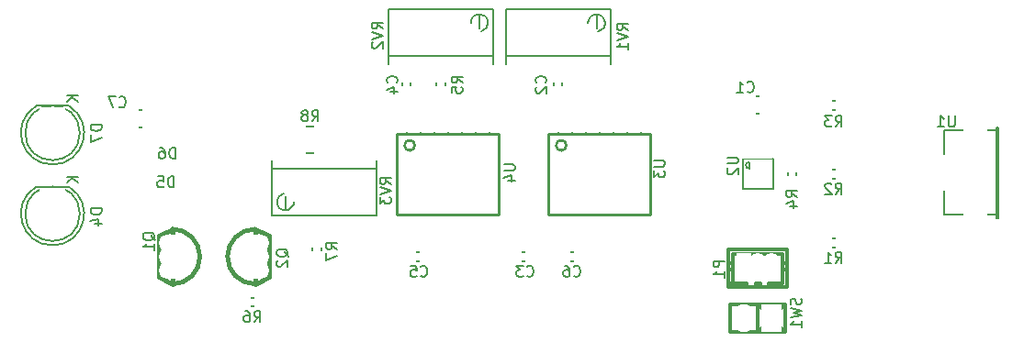
<source format=gbr>
%TF.GenerationSoftware,KiCad,Pcbnew,0.201511041201+6297~30~ubuntu15.04.1-product*%
%TF.CreationDate,2015-11-12T00:10:28+01:00*%
%TF.ProjectId,transmitter,7472616E736D69747465722E6B696361,rev?*%
%TF.FileFunction,Legend,Bot*%
%FSLAX46Y46*%
G04 Gerber Fmt 4.6, Leading zero omitted, Abs format (unit mm)*
G04 Created by KiCad (PCBNEW 0.201511041201+6297~30~ubuntu15.04.1-product) date czw, 12 lis 2015, 00:10:28*
%MOMM*%
G01*
G04 APERTURE LIST*
%ADD10C,0.100000*%
%ADD11C,0.200660*%
%ADD12C,0.127000*%
%ADD13C,0.150000*%
%ADD14C,0.304800*%
%ADD15C,0.381000*%
%ADD16C,0.203200*%
%ADD17C,0.254000*%
%ADD18R,2.297380X2.297380*%
%ADD19R,1.748740X0.798780*%
%ADD20R,1.746200X0.798780*%
%ADD21C,1.197560*%
%ADD22R,2.350720X1.901140*%
%ADD23R,1.400760X1.299160*%
%ADD24R,1.299160X1.400760*%
%ADD25C,2.398980*%
%ADD26R,2.400000X2.300000*%
%ADD27C,2.300000*%
%ADD28R,1.800000X2.200000*%
%ADD29R,1.349960X1.898600*%
%ADD30O,1.349960X1.898600*%
%ADD31O,2.600000X1.500000*%
%ADD32R,2.000200X3.092400*%
%ADD33C,1.924000*%
%ADD34R,0.650000X1.400000*%
%ADD35R,0.951180X1.830020*%
%ADD36R,1.924000X2.599640*%
%ADD37O,1.924000X2.599640*%
G04 APERTURE END LIST*
D10*
D11*
X142714980Y-98541840D02*
X142714980Y-106944160D01*
X142816580Y-98541840D02*
X142816580Y-106944160D01*
X142816580Y-106944160D02*
X142615920Y-106944160D01*
X142615920Y-106944160D02*
X142615920Y-98541840D01*
X142615920Y-98541840D02*
X142816580Y-98541840D01*
X142816580Y-98844100D02*
X137815320Y-98844100D01*
X137815320Y-98844100D02*
X137815320Y-106641900D01*
X137815320Y-106641900D02*
X142816580Y-106641900D01*
D12*
X121793000Y-95707200D02*
X121793000Y-97332800D01*
X119049800Y-97332800D02*
X119049800Y-95707200D01*
X119049800Y-95707200D02*
X122250200Y-95707200D01*
X122250200Y-95707200D02*
X122250200Y-97332800D01*
X122250200Y-97332800D02*
X119049800Y-97332800D01*
X102641400Y-95173800D02*
X101828600Y-95173800D01*
X101854000Y-94056200D02*
X102641400Y-94056200D01*
X101828600Y-93802200D02*
X101828600Y-95427800D01*
X101828600Y-95427800D02*
X102641400Y-95427800D01*
X102641400Y-95427800D02*
X102641400Y-93802200D01*
X102641400Y-93802200D02*
X101828600Y-93802200D01*
X98501200Y-110896400D02*
X98501200Y-110083600D01*
X99618800Y-110109000D02*
X99618800Y-110896400D01*
X99872800Y-110083600D02*
X98247200Y-110083600D01*
X98247200Y-110083600D02*
X98247200Y-110896400D01*
X98247200Y-110896400D02*
X99872800Y-110896400D01*
X99872800Y-110896400D02*
X99872800Y-110083600D01*
X88671400Y-95173800D02*
X87858600Y-95173800D01*
X87884000Y-94056200D02*
X88671400Y-94056200D01*
X87858600Y-93802200D02*
X87858600Y-95427800D01*
X87858600Y-95427800D02*
X88671400Y-95427800D01*
X88671400Y-95427800D02*
X88671400Y-93802200D01*
X88671400Y-93802200D02*
X87858600Y-93802200D01*
D13*
X57150904Y-104053112D02*
G75*
G02X54126000Y-104038000I-1524904J-2484888D01*
G01*
X57126000Y-104038000D02*
X54126000Y-104038000D01*
X58143936Y-106538000D02*
G75*
G03X58143936Y-106538000I-2517936J0D01*
G01*
D14*
X119550180Y-111025940D02*
X119349520Y-111025940D01*
X119349520Y-111025940D02*
X119349520Y-111224060D01*
X119349520Y-111224060D02*
X119550180Y-111224060D01*
X119550180Y-111224060D02*
X119550180Y-111025940D01*
X121950480Y-111025940D02*
X121749820Y-111025940D01*
X121749820Y-111025940D02*
X121749820Y-111224060D01*
X121749820Y-111224060D02*
X121950480Y-111224060D01*
X121950480Y-111224060D02*
X121950480Y-111025940D01*
X120749060Y-111025940D02*
X120550940Y-111025940D01*
X120550940Y-111025940D02*
X120550940Y-111224060D01*
X120550940Y-111224060D02*
X120749060Y-111224060D01*
X120749060Y-111224060D02*
X120749060Y-111025940D01*
X123350020Y-109824520D02*
X117949980Y-109824520D01*
X118348760Y-110225840D02*
X122951240Y-110225840D01*
X117949980Y-113324640D02*
X123350020Y-113324640D01*
X120449340Y-113324640D02*
X120449340Y-112925860D01*
X120850660Y-112925860D02*
X120449340Y-112925860D01*
X120850660Y-113324640D02*
X120850660Y-112925860D01*
X118351300Y-110225840D02*
X118351300Y-113324640D01*
X121650760Y-112925860D02*
X122951240Y-112925860D01*
X117949980Y-112925860D02*
X119651780Y-112925860D01*
X119651780Y-112925860D02*
X119651780Y-113324640D01*
X121650760Y-112925860D02*
X121650760Y-113324640D01*
X117949980Y-109824520D02*
X117949980Y-113324640D01*
X117949980Y-111724440D02*
X118351300Y-111724440D01*
X118351300Y-111125000D02*
X117949980Y-111125000D01*
X122948700Y-111125000D02*
X123350020Y-111125000D01*
X122948700Y-111724440D02*
X123350020Y-111724440D01*
X122552460Y-112925860D02*
X122552460Y-113324640D01*
X118750080Y-112925860D02*
X118750080Y-113324640D01*
X122951240Y-110225840D02*
X122951240Y-112925860D01*
X123350020Y-113324640D02*
X123350020Y-109824520D01*
D15*
X66675000Y-107950000D02*
X66675000Y-113030000D01*
X66675000Y-107950000D02*
X65405000Y-108585000D01*
X65405000Y-108585000D02*
X65405000Y-112395000D01*
X65405000Y-112395000D02*
X66675000Y-113030000D01*
X66675000Y-107950000D02*
G75*
G02X69215000Y-110490000I0J-2540000D01*
G01*
X69215000Y-110490000D02*
G75*
G02X66675000Y-113030000I-2540000J0D01*
G01*
X74295000Y-113030000D02*
X74295000Y-107950000D01*
X74295000Y-113030000D02*
X75565000Y-112395000D01*
X75565000Y-112395000D02*
X75565000Y-108585000D01*
X75565000Y-108585000D02*
X74295000Y-107950000D01*
X74295000Y-113030000D02*
G75*
G02X71755000Y-110490000I0J2540000D01*
G01*
X71755000Y-110490000D02*
G75*
G02X74295000Y-107950000I2540000J0D01*
G01*
D12*
X128193800Y-108813600D02*
X128193800Y-109626400D01*
X127076200Y-109601000D02*
X127076200Y-108813600D01*
X126822200Y-109626400D02*
X128447800Y-109626400D01*
X128447800Y-109626400D02*
X128447800Y-108813600D01*
X128447800Y-108813600D02*
X126822200Y-108813600D01*
X126822200Y-108813600D02*
X126822200Y-109626400D01*
X128193800Y-102463600D02*
X128193800Y-103276400D01*
X127076200Y-103251000D02*
X127076200Y-102463600D01*
X126822200Y-103276400D02*
X128447800Y-103276400D01*
X128447800Y-103276400D02*
X128447800Y-102463600D01*
X128447800Y-102463600D02*
X126822200Y-102463600D01*
X126822200Y-102463600D02*
X126822200Y-103276400D01*
X128193800Y-96113600D02*
X128193800Y-96926400D01*
X127076200Y-96901000D02*
X127076200Y-96113600D01*
X126822200Y-96926400D02*
X128447800Y-96926400D01*
X128447800Y-96926400D02*
X128447800Y-96113600D01*
X128447800Y-96113600D02*
X126822200Y-96113600D01*
X126822200Y-96113600D02*
X126822200Y-96926400D01*
X124231400Y-103428800D02*
X123418600Y-103428800D01*
X123444000Y-102311200D02*
X124231400Y-102311200D01*
X123418600Y-102057200D02*
X123418600Y-103682800D01*
X123418600Y-103682800D02*
X124231400Y-103682800D01*
X124231400Y-103682800D02*
X124231400Y-102057200D01*
X124231400Y-102057200D02*
X123418600Y-102057200D01*
X91033600Y-94056200D02*
X91846400Y-94056200D01*
X91821000Y-95173800D02*
X91033600Y-95173800D01*
X91846400Y-95427800D02*
X91846400Y-93802200D01*
X91846400Y-93802200D02*
X91033600Y-93802200D01*
X91033600Y-93802200D02*
X91033600Y-95427800D01*
X91033600Y-95427800D02*
X91846400Y-95427800D01*
X73482200Y-115087400D02*
X73482200Y-114274600D01*
X74599800Y-114300000D02*
X74599800Y-115087400D01*
X74853800Y-114274600D02*
X73228200Y-114274600D01*
X73228200Y-114274600D02*
X73228200Y-115087400D01*
X73228200Y-115087400D02*
X74853800Y-115087400D01*
X74853800Y-115087400D02*
X74853800Y-114274600D01*
X79603600Y-109296200D02*
X80416400Y-109296200D01*
X80391000Y-110413800D02*
X79603600Y-110413800D01*
X80416400Y-110667800D02*
X80416400Y-109042200D01*
X80416400Y-109042200D02*
X79603600Y-109042200D01*
X79603600Y-109042200D02*
X79603600Y-110667800D01*
X79603600Y-110667800D02*
X80416400Y-110667800D01*
X77774800Y-100939600D02*
X77774800Y-98450400D01*
X80975200Y-98450400D02*
X80975200Y-100939600D01*
X80518000Y-100939600D02*
X80518000Y-98450400D01*
X78232000Y-98450400D02*
X78232000Y-100939600D01*
X77774800Y-98450400D02*
X80975200Y-98450400D01*
X80975200Y-100939600D02*
X77774800Y-100939600D01*
D13*
X105791000Y-88138000D02*
X105791000Y-89408000D01*
X105003600Y-88887300D02*
X105041700Y-88633300D01*
X105041700Y-88633300D02*
X105219500Y-88353900D01*
X105219500Y-88353900D02*
X105537000Y-88138000D01*
X105537000Y-88138000D02*
X105981500Y-88125300D01*
X105981500Y-88125300D02*
X106337100Y-88328500D01*
X106337100Y-88328500D02*
X106514900Y-88620600D01*
X106514900Y-88620600D02*
X106565700Y-88938100D01*
X106565700Y-88938100D02*
X106464100Y-89344500D01*
X106464100Y-89344500D02*
X106121200Y-89598500D01*
X106121200Y-89598500D02*
X105943400Y-89687400D01*
X97409000Y-91948000D02*
X107061000Y-91948000D01*
X107061000Y-88900000D02*
X107061000Y-87630000D01*
X107061000Y-87630000D02*
X97409000Y-87630000D01*
X97409000Y-87630000D02*
X97409000Y-92710000D01*
X107061000Y-92710000D02*
X107061000Y-90170000D01*
X107061000Y-90170000D02*
X107061000Y-88900000D01*
X94996000Y-88138000D02*
X94996000Y-89408000D01*
X94208600Y-88887300D02*
X94246700Y-88633300D01*
X94246700Y-88633300D02*
X94424500Y-88353900D01*
X94424500Y-88353900D02*
X94742000Y-88138000D01*
X94742000Y-88138000D02*
X95186500Y-88125300D01*
X95186500Y-88125300D02*
X95542100Y-88328500D01*
X95542100Y-88328500D02*
X95719900Y-88620600D01*
X95719900Y-88620600D02*
X95770700Y-88938100D01*
X95770700Y-88938100D02*
X95669100Y-89344500D01*
X95669100Y-89344500D02*
X95326200Y-89598500D01*
X95326200Y-89598500D02*
X95148400Y-89687400D01*
X86614000Y-91948000D02*
X96266000Y-91948000D01*
X96266000Y-88900000D02*
X96266000Y-87630000D01*
X96266000Y-87630000D02*
X86614000Y-87630000D01*
X86614000Y-87630000D02*
X86614000Y-92710000D01*
X96266000Y-92710000D02*
X96266000Y-90170000D01*
X96266000Y-90170000D02*
X96266000Y-88900000D01*
X77089000Y-106172000D02*
X77089000Y-104902000D01*
X77876400Y-105422700D02*
X77838300Y-105676700D01*
X77838300Y-105676700D02*
X77660500Y-105956100D01*
X77660500Y-105956100D02*
X77343000Y-106172000D01*
X77343000Y-106172000D02*
X76898500Y-106184700D01*
X76898500Y-106184700D02*
X76542900Y-105981500D01*
X76542900Y-105981500D02*
X76365100Y-105689400D01*
X76365100Y-105689400D02*
X76314300Y-105371900D01*
X76314300Y-105371900D02*
X76415900Y-104965500D01*
X76415900Y-104965500D02*
X76758800Y-104711500D01*
X76758800Y-104711500D02*
X76936600Y-104622600D01*
X85471000Y-102362000D02*
X75819000Y-102362000D01*
X75819000Y-105410000D02*
X75819000Y-106680000D01*
X75819000Y-106680000D02*
X85471000Y-106680000D01*
X85471000Y-106680000D02*
X85471000Y-101600000D01*
X75819000Y-101600000D02*
X75819000Y-104140000D01*
X75819000Y-104140000D02*
X75819000Y-105410000D01*
D16*
X119250000Y-104270000D02*
X122050000Y-104270000D01*
X122050000Y-104270000D02*
X122050000Y-101470000D01*
X122050000Y-101470000D02*
X119250000Y-101470000D01*
X119250000Y-101470000D02*
X119250000Y-104270000D01*
X119850000Y-102370000D02*
G75*
G02X119850000Y-101770000I0J300000D01*
G01*
X119850000Y-102370000D02*
X119850000Y-101770000D01*
D17*
X110744000Y-99120960D02*
X101346000Y-99120960D01*
X101346000Y-106619040D02*
X110744000Y-106619040D01*
D12*
X109855000Y-106629200D02*
X109855000Y-107721400D01*
X108585000Y-106629200D02*
X108585000Y-107721400D01*
D17*
X110744000Y-99120960D02*
X110744000Y-106619040D01*
X101346000Y-106619040D02*
X101346000Y-99120960D01*
D12*
X102235000Y-106629200D02*
X102235000Y-107721400D01*
X103505000Y-106629200D02*
X103505000Y-107721400D01*
X104775000Y-107721400D02*
X104775000Y-106629200D01*
X106045000Y-107721400D02*
X106045000Y-106629200D01*
X107315000Y-107721400D02*
X107315000Y-106629200D01*
X109855000Y-99110800D02*
X109855000Y-98018600D01*
X108585000Y-99110800D02*
X108585000Y-98018600D01*
X102235000Y-99110800D02*
X102235000Y-98018600D01*
X103505000Y-98018600D02*
X103505000Y-99110800D01*
X107315000Y-98018600D02*
X107315000Y-99110800D01*
X106045000Y-98018600D02*
X106045000Y-99110800D01*
X104775000Y-98018600D02*
X104775000Y-99110800D01*
D17*
X103002107Y-100223320D02*
G75*
G03X103002107Y-100223320I-472467J0D01*
G01*
X96774000Y-99120960D02*
X87376000Y-99120960D01*
X87376000Y-106619040D02*
X96774000Y-106619040D01*
D12*
X95885000Y-106629200D02*
X95885000Y-107721400D01*
X94615000Y-106629200D02*
X94615000Y-107721400D01*
D17*
X96774000Y-99120960D02*
X96774000Y-106619040D01*
X87376000Y-106619040D02*
X87376000Y-99120960D01*
D12*
X88265000Y-106629200D02*
X88265000Y-107721400D01*
X89535000Y-106629200D02*
X89535000Y-107721400D01*
X90805000Y-107721400D02*
X90805000Y-106629200D01*
X92075000Y-107721400D02*
X92075000Y-106629200D01*
X93345000Y-107721400D02*
X93345000Y-106629200D01*
X95885000Y-99110800D02*
X95885000Y-98018600D01*
X94615000Y-99110800D02*
X94615000Y-98018600D01*
X88265000Y-99110800D02*
X88265000Y-98018600D01*
X89535000Y-98018600D02*
X89535000Y-99110800D01*
X93345000Y-98018600D02*
X93345000Y-99110800D01*
X92075000Y-98018600D02*
X92075000Y-99110800D01*
X90805000Y-98018600D02*
X90805000Y-99110800D01*
D17*
X89032107Y-100223320D02*
G75*
G03X89032107Y-100223320I-472467J0D01*
G01*
D14*
X120650000Y-114935000D02*
X120650000Y-117475000D01*
X120650000Y-117475000D02*
X123190000Y-114935000D01*
X123190000Y-117475000D02*
X120650000Y-114935000D01*
X118110000Y-117475000D02*
X123190000Y-117475000D01*
X123190000Y-114935000D02*
X118110000Y-114935000D01*
X123190000Y-117475000D02*
X123190000Y-114935000D01*
X118110000Y-114935000D02*
X118110000Y-117475000D01*
D13*
X57150904Y-96590112D02*
G75*
G02X54126000Y-96575000I-1524904J-2484888D01*
G01*
X57126000Y-96575000D02*
X54126000Y-96575000D01*
X58143936Y-99075000D02*
G75*
G03X58143936Y-99075000I-2517936J0D01*
G01*
D12*
X88722200Y-110896400D02*
X88722200Y-110083600D01*
X89839800Y-110109000D02*
X89839800Y-110896400D01*
X90093800Y-110083600D02*
X88468200Y-110083600D01*
X88468200Y-110083600D02*
X88468200Y-110896400D01*
X88468200Y-110896400D02*
X90093800Y-110896400D01*
X90093800Y-110896400D02*
X90093800Y-110083600D01*
X102946200Y-110896400D02*
X102946200Y-110083600D01*
X104063800Y-110109000D02*
X104063800Y-110896400D01*
X104317800Y-110083600D02*
X102692200Y-110083600D01*
X102692200Y-110083600D02*
X102692200Y-110896400D01*
X102692200Y-110896400D02*
X104317800Y-110896400D01*
X104317800Y-110896400D02*
X104317800Y-110083600D01*
X64897000Y-96977200D02*
X64897000Y-98602800D01*
X62153800Y-98602800D02*
X62153800Y-96977200D01*
X62153800Y-96977200D02*
X65354200Y-96977200D01*
X65354200Y-96977200D02*
X65354200Y-98602800D01*
X65354200Y-98602800D02*
X62153800Y-98602800D01*
D13*
X138810905Y-97496381D02*
X138810905Y-98305905D01*
X138763286Y-98401143D01*
X138715667Y-98448762D01*
X138620429Y-98496381D01*
X138429952Y-98496381D01*
X138334714Y-98448762D01*
X138287095Y-98401143D01*
X138239476Y-98305905D01*
X138239476Y-97496381D01*
X137239476Y-98496381D02*
X137810905Y-98496381D01*
X137525191Y-98496381D02*
X137525191Y-97496381D01*
X137620429Y-97639238D01*
X137715667Y-97734476D01*
X137810905Y-97782095D01*
X119673666Y-95226143D02*
X119721285Y-95273762D01*
X119864142Y-95321381D01*
X119959380Y-95321381D01*
X120102238Y-95273762D01*
X120197476Y-95178524D01*
X120245095Y-95083286D01*
X120292714Y-94892810D01*
X120292714Y-94749952D01*
X120245095Y-94559476D01*
X120197476Y-94464238D01*
X120102238Y-94369000D01*
X119959380Y-94321381D01*
X119864142Y-94321381D01*
X119721285Y-94369000D01*
X119673666Y-94416619D01*
X118721285Y-95321381D02*
X119292714Y-95321381D01*
X119007000Y-95321381D02*
X119007000Y-94321381D01*
X119102238Y-94464238D01*
X119197476Y-94559476D01*
X119292714Y-94607095D01*
X101068143Y-94448334D02*
X101115762Y-94400715D01*
X101163381Y-94257858D01*
X101163381Y-94162620D01*
X101115762Y-94019762D01*
X101020524Y-93924524D01*
X100925286Y-93876905D01*
X100734810Y-93829286D01*
X100591952Y-93829286D01*
X100401476Y-93876905D01*
X100306238Y-93924524D01*
X100211000Y-94019762D01*
X100163381Y-94162620D01*
X100163381Y-94257858D01*
X100211000Y-94400715D01*
X100258619Y-94448334D01*
X100258619Y-94829286D02*
X100211000Y-94876905D01*
X100163381Y-94972143D01*
X100163381Y-95210239D01*
X100211000Y-95305477D01*
X100258619Y-95353096D01*
X100353857Y-95400715D01*
X100449095Y-95400715D01*
X100591952Y-95353096D01*
X101163381Y-94781667D01*
X101163381Y-95400715D01*
X99353666Y-112244143D02*
X99401285Y-112291762D01*
X99544142Y-112339381D01*
X99639380Y-112339381D01*
X99782238Y-112291762D01*
X99877476Y-112196524D01*
X99925095Y-112101286D01*
X99972714Y-111910810D01*
X99972714Y-111767952D01*
X99925095Y-111577476D01*
X99877476Y-111482238D01*
X99782238Y-111387000D01*
X99639380Y-111339381D01*
X99544142Y-111339381D01*
X99401285Y-111387000D01*
X99353666Y-111434619D01*
X99020333Y-111339381D02*
X98401285Y-111339381D01*
X98734619Y-111720333D01*
X98591761Y-111720333D01*
X98496523Y-111767952D01*
X98448904Y-111815571D01*
X98401285Y-111910810D01*
X98401285Y-112148905D01*
X98448904Y-112244143D01*
X98496523Y-112291762D01*
X98591761Y-112339381D01*
X98877476Y-112339381D01*
X98972714Y-112291762D01*
X99020333Y-112244143D01*
X87352143Y-94448334D02*
X87399762Y-94400715D01*
X87447381Y-94257858D01*
X87447381Y-94162620D01*
X87399762Y-94019762D01*
X87304524Y-93924524D01*
X87209286Y-93876905D01*
X87018810Y-93829286D01*
X86875952Y-93829286D01*
X86685476Y-93876905D01*
X86590238Y-93924524D01*
X86495000Y-94019762D01*
X86447381Y-94162620D01*
X86447381Y-94257858D01*
X86495000Y-94400715D01*
X86542619Y-94448334D01*
X86780714Y-95305477D02*
X87447381Y-95305477D01*
X86399762Y-95067381D02*
X87114048Y-94829286D01*
X87114048Y-95448334D01*
X60142381Y-106053905D02*
X59142381Y-106053905D01*
X59142381Y-106292000D01*
X59190000Y-106434858D01*
X59285238Y-106530096D01*
X59380476Y-106577715D01*
X59570952Y-106625334D01*
X59713810Y-106625334D01*
X59904286Y-106577715D01*
X59999524Y-106530096D01*
X60094762Y-106434858D01*
X60142381Y-106292000D01*
X60142381Y-106053905D01*
X59475714Y-107482477D02*
X60142381Y-107482477D01*
X59094762Y-107244381D02*
X59809048Y-107006286D01*
X59809048Y-107625334D01*
X57983381Y-103101095D02*
X56983381Y-103101095D01*
X57983381Y-103672524D02*
X57411952Y-103243952D01*
X56983381Y-103672524D02*
X57554810Y-103101095D01*
X66817905Y-104092381D02*
X66817905Y-103092381D01*
X66579810Y-103092381D01*
X66436952Y-103140000D01*
X66341714Y-103235238D01*
X66294095Y-103330476D01*
X66246476Y-103520952D01*
X66246476Y-103663810D01*
X66294095Y-103854286D01*
X66341714Y-103949524D01*
X66436952Y-104044762D01*
X66579810Y-104092381D01*
X66817905Y-104092381D01*
X65341714Y-103092381D02*
X65817905Y-103092381D01*
X65865524Y-103568571D01*
X65817905Y-103520952D01*
X65722667Y-103473333D01*
X65484571Y-103473333D01*
X65389333Y-103520952D01*
X65341714Y-103568571D01*
X65294095Y-103663810D01*
X65294095Y-103901905D01*
X65341714Y-103997143D01*
X65389333Y-104044762D01*
X65484571Y-104092381D01*
X65722667Y-104092381D01*
X65817905Y-104044762D01*
X65865524Y-103997143D01*
X66944905Y-101425381D02*
X66944905Y-100425381D01*
X66706810Y-100425381D01*
X66563952Y-100473000D01*
X66468714Y-100568238D01*
X66421095Y-100663476D01*
X66373476Y-100853952D01*
X66373476Y-100996810D01*
X66421095Y-101187286D01*
X66468714Y-101282524D01*
X66563952Y-101377762D01*
X66706810Y-101425381D01*
X66944905Y-101425381D01*
X65516333Y-100425381D02*
X65706810Y-100425381D01*
X65802048Y-100473000D01*
X65849667Y-100520619D01*
X65944905Y-100663476D01*
X65992524Y-100853952D01*
X65992524Y-101234905D01*
X65944905Y-101330143D01*
X65897286Y-101377762D01*
X65802048Y-101425381D01*
X65611571Y-101425381D01*
X65516333Y-101377762D01*
X65468714Y-101330143D01*
X65421095Y-101234905D01*
X65421095Y-100996810D01*
X65468714Y-100901571D01*
X65516333Y-100853952D01*
X65611571Y-100806333D01*
X65802048Y-100806333D01*
X65897286Y-100853952D01*
X65944905Y-100901571D01*
X65992524Y-100996810D01*
X117546381Y-110894905D02*
X116546381Y-110894905D01*
X116546381Y-111275858D01*
X116594000Y-111371096D01*
X116641619Y-111418715D01*
X116736857Y-111466334D01*
X116879714Y-111466334D01*
X116974952Y-111418715D01*
X117022571Y-111371096D01*
X117070190Y-111275858D01*
X117070190Y-110894905D01*
X117546381Y-112418715D02*
X117546381Y-111847286D01*
X117546381Y-112133000D02*
X116546381Y-112133000D01*
X116689238Y-112037762D01*
X116784476Y-111942524D01*
X116832095Y-111847286D01*
X65063619Y-108997762D02*
X65016000Y-108902524D01*
X64920762Y-108807286D01*
X64777905Y-108664429D01*
X64730286Y-108569190D01*
X64730286Y-108473952D01*
X64968381Y-108521571D02*
X64920762Y-108426333D01*
X64825524Y-108331095D01*
X64635048Y-108283476D01*
X64301714Y-108283476D01*
X64111238Y-108331095D01*
X64016000Y-108426333D01*
X63968381Y-108521571D01*
X63968381Y-108712048D01*
X64016000Y-108807286D01*
X64111238Y-108902524D01*
X64301714Y-108950143D01*
X64635048Y-108950143D01*
X64825524Y-108902524D01*
X64920762Y-108807286D01*
X64968381Y-108712048D01*
X64968381Y-108521571D01*
X64968381Y-109902524D02*
X64968381Y-109331095D01*
X64968381Y-109616809D02*
X63968381Y-109616809D01*
X64111238Y-109521571D01*
X64206476Y-109426333D01*
X64254095Y-109331095D01*
X77382619Y-110521762D02*
X77335000Y-110426524D01*
X77239762Y-110331286D01*
X77096905Y-110188429D01*
X77049286Y-110093190D01*
X77049286Y-109997952D01*
X77287381Y-110045571D02*
X77239762Y-109950333D01*
X77144524Y-109855095D01*
X76954048Y-109807476D01*
X76620714Y-109807476D01*
X76430238Y-109855095D01*
X76335000Y-109950333D01*
X76287381Y-110045571D01*
X76287381Y-110236048D01*
X76335000Y-110331286D01*
X76430238Y-110426524D01*
X76620714Y-110474143D01*
X76954048Y-110474143D01*
X77144524Y-110426524D01*
X77239762Y-110331286D01*
X77287381Y-110236048D01*
X77287381Y-110045571D01*
X76382619Y-110855095D02*
X76335000Y-110902714D01*
X76287381Y-110997952D01*
X76287381Y-111236048D01*
X76335000Y-111331286D01*
X76382619Y-111378905D01*
X76477857Y-111426524D01*
X76573095Y-111426524D01*
X76715952Y-111378905D01*
X77287381Y-110807476D01*
X77287381Y-111426524D01*
X127801666Y-111069381D02*
X128135000Y-110593190D01*
X128373095Y-111069381D02*
X128373095Y-110069381D01*
X127992142Y-110069381D01*
X127896904Y-110117000D01*
X127849285Y-110164619D01*
X127801666Y-110259857D01*
X127801666Y-110402714D01*
X127849285Y-110497952D01*
X127896904Y-110545571D01*
X127992142Y-110593190D01*
X128373095Y-110593190D01*
X126849285Y-111069381D02*
X127420714Y-111069381D01*
X127135000Y-111069381D02*
X127135000Y-110069381D01*
X127230238Y-110212238D01*
X127325476Y-110307476D01*
X127420714Y-110355095D01*
X127801666Y-104719381D02*
X128135000Y-104243190D01*
X128373095Y-104719381D02*
X128373095Y-103719381D01*
X127992142Y-103719381D01*
X127896904Y-103767000D01*
X127849285Y-103814619D01*
X127801666Y-103909857D01*
X127801666Y-104052714D01*
X127849285Y-104147952D01*
X127896904Y-104195571D01*
X127992142Y-104243190D01*
X128373095Y-104243190D01*
X127420714Y-103814619D02*
X127373095Y-103767000D01*
X127277857Y-103719381D01*
X127039761Y-103719381D01*
X126944523Y-103767000D01*
X126896904Y-103814619D01*
X126849285Y-103909857D01*
X126849285Y-104005095D01*
X126896904Y-104147952D01*
X127468333Y-104719381D01*
X126849285Y-104719381D01*
X127801666Y-98496381D02*
X128135000Y-98020190D01*
X128373095Y-98496381D02*
X128373095Y-97496381D01*
X127992142Y-97496381D01*
X127896904Y-97544000D01*
X127849285Y-97591619D01*
X127801666Y-97686857D01*
X127801666Y-97829714D01*
X127849285Y-97924952D01*
X127896904Y-97972571D01*
X127992142Y-98020190D01*
X128373095Y-98020190D01*
X127468333Y-97496381D02*
X126849285Y-97496381D01*
X127182619Y-97877333D01*
X127039761Y-97877333D01*
X126944523Y-97924952D01*
X126896904Y-97972571D01*
X126849285Y-98067810D01*
X126849285Y-98305905D01*
X126896904Y-98401143D01*
X126944523Y-98448762D01*
X127039761Y-98496381D01*
X127325476Y-98496381D01*
X127420714Y-98448762D01*
X127468333Y-98401143D01*
X124277381Y-104989334D02*
X123801190Y-104656000D01*
X124277381Y-104417905D02*
X123277381Y-104417905D01*
X123277381Y-104798858D01*
X123325000Y-104894096D01*
X123372619Y-104941715D01*
X123467857Y-104989334D01*
X123610714Y-104989334D01*
X123705952Y-104941715D01*
X123753571Y-104894096D01*
X123801190Y-104798858D01*
X123801190Y-104417905D01*
X123610714Y-105846477D02*
X124277381Y-105846477D01*
X123229762Y-105608381D02*
X123944048Y-105370286D01*
X123944048Y-105989334D01*
X93416381Y-94448334D02*
X92940190Y-94115000D01*
X93416381Y-93876905D02*
X92416381Y-93876905D01*
X92416381Y-94257858D01*
X92464000Y-94353096D01*
X92511619Y-94400715D01*
X92606857Y-94448334D01*
X92749714Y-94448334D01*
X92844952Y-94400715D01*
X92892571Y-94353096D01*
X92940190Y-94257858D01*
X92940190Y-93876905D01*
X92416381Y-95353096D02*
X92416381Y-94876905D01*
X92892571Y-94829286D01*
X92844952Y-94876905D01*
X92797333Y-94972143D01*
X92797333Y-95210239D01*
X92844952Y-95305477D01*
X92892571Y-95353096D01*
X92987810Y-95400715D01*
X93225905Y-95400715D01*
X93321143Y-95353096D01*
X93368762Y-95305477D01*
X93416381Y-95210239D01*
X93416381Y-94972143D01*
X93368762Y-94876905D01*
X93321143Y-94829286D01*
X74207666Y-116530381D02*
X74541000Y-116054190D01*
X74779095Y-116530381D02*
X74779095Y-115530381D01*
X74398142Y-115530381D01*
X74302904Y-115578000D01*
X74255285Y-115625619D01*
X74207666Y-115720857D01*
X74207666Y-115863714D01*
X74255285Y-115958952D01*
X74302904Y-116006571D01*
X74398142Y-116054190D01*
X74779095Y-116054190D01*
X73350523Y-115530381D02*
X73541000Y-115530381D01*
X73636238Y-115578000D01*
X73683857Y-115625619D01*
X73779095Y-115768476D01*
X73826714Y-115958952D01*
X73826714Y-116339905D01*
X73779095Y-116435143D01*
X73731476Y-116482762D01*
X73636238Y-116530381D01*
X73445761Y-116530381D01*
X73350523Y-116482762D01*
X73302904Y-116435143D01*
X73255285Y-116339905D01*
X73255285Y-116101810D01*
X73302904Y-116006571D01*
X73350523Y-115958952D01*
X73445761Y-115911333D01*
X73636238Y-115911333D01*
X73731476Y-115958952D01*
X73779095Y-116006571D01*
X73826714Y-116101810D01*
X81859381Y-109815334D02*
X81383190Y-109482000D01*
X81859381Y-109243905D02*
X80859381Y-109243905D01*
X80859381Y-109624858D01*
X80907000Y-109720096D01*
X80954619Y-109767715D01*
X81049857Y-109815334D01*
X81192714Y-109815334D01*
X81287952Y-109767715D01*
X81335571Y-109720096D01*
X81383190Y-109624858D01*
X81383190Y-109243905D01*
X80859381Y-110148667D02*
X80859381Y-110815334D01*
X81859381Y-110386762D01*
X79541666Y-97988381D02*
X79875000Y-97512190D01*
X80113095Y-97988381D02*
X80113095Y-96988381D01*
X79732142Y-96988381D01*
X79636904Y-97036000D01*
X79589285Y-97083619D01*
X79541666Y-97178857D01*
X79541666Y-97321714D01*
X79589285Y-97416952D01*
X79636904Y-97464571D01*
X79732142Y-97512190D01*
X80113095Y-97512190D01*
X78970238Y-97416952D02*
X79065476Y-97369333D01*
X79113095Y-97321714D01*
X79160714Y-97226476D01*
X79160714Y-97178857D01*
X79113095Y-97083619D01*
X79065476Y-97036000D01*
X78970238Y-96988381D01*
X78779761Y-96988381D01*
X78684523Y-97036000D01*
X78636904Y-97083619D01*
X78589285Y-97178857D01*
X78589285Y-97226476D01*
X78636904Y-97321714D01*
X78684523Y-97369333D01*
X78779761Y-97416952D01*
X78970238Y-97416952D01*
X79065476Y-97464571D01*
X79113095Y-97512190D01*
X79160714Y-97607429D01*
X79160714Y-97797905D01*
X79113095Y-97893143D01*
X79065476Y-97940762D01*
X78970238Y-97988381D01*
X78779761Y-97988381D01*
X78684523Y-97940762D01*
X78636904Y-97893143D01*
X78589285Y-97797905D01*
X78589285Y-97607429D01*
X78636904Y-97512190D01*
X78684523Y-97464571D01*
X78779761Y-97416952D01*
X108656381Y-89574762D02*
X108180190Y-89241428D01*
X108656381Y-89003333D02*
X107656381Y-89003333D01*
X107656381Y-89384286D01*
X107704000Y-89479524D01*
X107751619Y-89527143D01*
X107846857Y-89574762D01*
X107989714Y-89574762D01*
X108084952Y-89527143D01*
X108132571Y-89479524D01*
X108180190Y-89384286D01*
X108180190Y-89003333D01*
X107656381Y-89860476D02*
X108656381Y-90193809D01*
X107656381Y-90527143D01*
X108656381Y-91384286D02*
X108656381Y-90812857D01*
X108656381Y-91098571D02*
X107656381Y-91098571D01*
X107799238Y-91003333D01*
X107894476Y-90908095D01*
X107942095Y-90812857D01*
X86050381Y-89447762D02*
X85574190Y-89114428D01*
X86050381Y-88876333D02*
X85050381Y-88876333D01*
X85050381Y-89257286D01*
X85098000Y-89352524D01*
X85145619Y-89400143D01*
X85240857Y-89447762D01*
X85383714Y-89447762D01*
X85478952Y-89400143D01*
X85526571Y-89352524D01*
X85574190Y-89257286D01*
X85574190Y-88876333D01*
X85050381Y-89733476D02*
X86050381Y-90066809D01*
X85050381Y-90400143D01*
X85145619Y-90685857D02*
X85098000Y-90733476D01*
X85050381Y-90828714D01*
X85050381Y-91066810D01*
X85098000Y-91162048D01*
X85145619Y-91209667D01*
X85240857Y-91257286D01*
X85336095Y-91257286D01*
X85478952Y-91209667D01*
X86050381Y-90638238D01*
X86050381Y-91257286D01*
X86812381Y-103798762D02*
X86336190Y-103465428D01*
X86812381Y-103227333D02*
X85812381Y-103227333D01*
X85812381Y-103608286D01*
X85860000Y-103703524D01*
X85907619Y-103751143D01*
X86002857Y-103798762D01*
X86145714Y-103798762D01*
X86240952Y-103751143D01*
X86288571Y-103703524D01*
X86336190Y-103608286D01*
X86336190Y-103227333D01*
X85812381Y-104084476D02*
X86812381Y-104417809D01*
X85812381Y-104751143D01*
X85812381Y-104989238D02*
X85812381Y-105608286D01*
X86193333Y-105274952D01*
X86193333Y-105417810D01*
X86240952Y-105513048D01*
X86288571Y-105560667D01*
X86383810Y-105608286D01*
X86621905Y-105608286D01*
X86717143Y-105560667D01*
X86764762Y-105513048D01*
X86812381Y-105417810D01*
X86812381Y-105132095D01*
X86764762Y-105036857D01*
X86717143Y-104989238D01*
X117824381Y-101330095D02*
X118633905Y-101330095D01*
X118729143Y-101377714D01*
X118776762Y-101425333D01*
X118824381Y-101520571D01*
X118824381Y-101711048D01*
X118776762Y-101806286D01*
X118729143Y-101853905D01*
X118633905Y-101901524D01*
X117824381Y-101901524D01*
X117919619Y-102330095D02*
X117872000Y-102377714D01*
X117824381Y-102472952D01*
X117824381Y-102711048D01*
X117872000Y-102806286D01*
X117919619Y-102853905D01*
X118014857Y-102901524D01*
X118110095Y-102901524D01*
X118252952Y-102853905D01*
X118824381Y-102282476D01*
X118824381Y-102901524D01*
X111085381Y-101600095D02*
X111894905Y-101600095D01*
X111990143Y-101647714D01*
X112037762Y-101695333D01*
X112085381Y-101790571D01*
X112085381Y-101981048D01*
X112037762Y-102076286D01*
X111990143Y-102123905D01*
X111894905Y-102171524D01*
X111085381Y-102171524D01*
X111085381Y-102552476D02*
X111085381Y-103171524D01*
X111466333Y-102838190D01*
X111466333Y-102981048D01*
X111513952Y-103076286D01*
X111561571Y-103123905D01*
X111656810Y-103171524D01*
X111894905Y-103171524D01*
X111990143Y-103123905D01*
X112037762Y-103076286D01*
X112085381Y-102981048D01*
X112085381Y-102695333D01*
X112037762Y-102600095D01*
X111990143Y-102552476D01*
X97242381Y-101981095D02*
X98051905Y-101981095D01*
X98147143Y-102028714D01*
X98194762Y-102076333D01*
X98242381Y-102171571D01*
X98242381Y-102362048D01*
X98194762Y-102457286D01*
X98147143Y-102504905D01*
X98051905Y-102552524D01*
X97242381Y-102552524D01*
X97575714Y-103457286D02*
X98242381Y-103457286D01*
X97194762Y-103219190D02*
X97909048Y-102981095D01*
X97909048Y-103600143D01*
X124610762Y-114363667D02*
X124658381Y-114506524D01*
X124658381Y-114744620D01*
X124610762Y-114839858D01*
X124563143Y-114887477D01*
X124467905Y-114935096D01*
X124372667Y-114935096D01*
X124277429Y-114887477D01*
X124229810Y-114839858D01*
X124182190Y-114744620D01*
X124134571Y-114554143D01*
X124086952Y-114458905D01*
X124039333Y-114411286D01*
X123944095Y-114363667D01*
X123848857Y-114363667D01*
X123753619Y-114411286D01*
X123706000Y-114458905D01*
X123658381Y-114554143D01*
X123658381Y-114792239D01*
X123706000Y-114935096D01*
X123658381Y-115268429D02*
X124658381Y-115506524D01*
X123944095Y-115697001D01*
X124658381Y-115887477D01*
X123658381Y-116125572D01*
X124658381Y-117030334D02*
X124658381Y-116458905D01*
X124658381Y-116744619D02*
X123658381Y-116744619D01*
X123801238Y-116649381D01*
X123896476Y-116554143D01*
X123944095Y-116458905D01*
X60142381Y-98321905D02*
X59142381Y-98321905D01*
X59142381Y-98560000D01*
X59190000Y-98702858D01*
X59285238Y-98798096D01*
X59380476Y-98845715D01*
X59570952Y-98893334D01*
X59713810Y-98893334D01*
X59904286Y-98845715D01*
X59999524Y-98798096D01*
X60094762Y-98702858D01*
X60142381Y-98560000D01*
X60142381Y-98321905D01*
X59142381Y-99226667D02*
X59142381Y-99893334D01*
X60142381Y-99464762D01*
X57983381Y-95638095D02*
X56983381Y-95638095D01*
X57983381Y-96209524D02*
X57411952Y-95780952D01*
X56983381Y-96209524D02*
X57554810Y-95638095D01*
X89574666Y-112244143D02*
X89622285Y-112291762D01*
X89765142Y-112339381D01*
X89860380Y-112339381D01*
X90003238Y-112291762D01*
X90098476Y-112196524D01*
X90146095Y-112101286D01*
X90193714Y-111910810D01*
X90193714Y-111767952D01*
X90146095Y-111577476D01*
X90098476Y-111482238D01*
X90003238Y-111387000D01*
X89860380Y-111339381D01*
X89765142Y-111339381D01*
X89622285Y-111387000D01*
X89574666Y-111434619D01*
X88669904Y-111339381D02*
X89146095Y-111339381D01*
X89193714Y-111815571D01*
X89146095Y-111767952D01*
X89050857Y-111720333D01*
X88812761Y-111720333D01*
X88717523Y-111767952D01*
X88669904Y-111815571D01*
X88622285Y-111910810D01*
X88622285Y-112148905D01*
X88669904Y-112244143D01*
X88717523Y-112291762D01*
X88812761Y-112339381D01*
X89050857Y-112339381D01*
X89146095Y-112291762D01*
X89193714Y-112244143D01*
X103671666Y-112244143D02*
X103719285Y-112291762D01*
X103862142Y-112339381D01*
X103957380Y-112339381D01*
X104100238Y-112291762D01*
X104195476Y-112196524D01*
X104243095Y-112101286D01*
X104290714Y-111910810D01*
X104290714Y-111767952D01*
X104243095Y-111577476D01*
X104195476Y-111482238D01*
X104100238Y-111387000D01*
X103957380Y-111339381D01*
X103862142Y-111339381D01*
X103719285Y-111387000D01*
X103671666Y-111434619D01*
X102814523Y-111339381D02*
X103005000Y-111339381D01*
X103100238Y-111387000D01*
X103147857Y-111434619D01*
X103243095Y-111577476D01*
X103290714Y-111767952D01*
X103290714Y-112148905D01*
X103243095Y-112244143D01*
X103195476Y-112291762D01*
X103100238Y-112339381D01*
X102909761Y-112339381D01*
X102814523Y-112291762D01*
X102766904Y-112244143D01*
X102719285Y-112148905D01*
X102719285Y-111910810D01*
X102766904Y-111815571D01*
X102814523Y-111767952D01*
X102909761Y-111720333D01*
X103100238Y-111720333D01*
X103195476Y-111767952D01*
X103243095Y-111815571D01*
X103290714Y-111910810D01*
X61761666Y-96623143D02*
X61809285Y-96670762D01*
X61952142Y-96718381D01*
X62047380Y-96718381D01*
X62190238Y-96670762D01*
X62285476Y-96575524D01*
X62333095Y-96480286D01*
X62380714Y-96289810D01*
X62380714Y-96146952D01*
X62333095Y-95956476D01*
X62285476Y-95861238D01*
X62190238Y-95766000D01*
X62047380Y-95718381D01*
X61952142Y-95718381D01*
X61809285Y-95766000D01*
X61761666Y-95813619D01*
X61428333Y-95718381D02*
X60761666Y-95718381D01*
X61190238Y-96718381D01*
%LPC*%
D18*
X140716000Y-101544120D03*
X140716000Y-103941880D03*
X140716000Y-106692700D03*
X140716000Y-98793300D03*
D19*
X138041380Y-101442520D03*
D20*
X138041380Y-102095300D03*
X138041380Y-102743000D03*
X138041380Y-103390700D03*
X138041380Y-104043480D03*
D21*
X138569700Y-104640380D03*
X138567160Y-100843080D03*
D22*
X122024140Y-96520000D03*
X119275860Y-96520000D03*
D23*
X102235000Y-95366840D03*
X102235000Y-93863160D03*
D24*
X98308160Y-110490000D03*
X99811840Y-110490000D03*
D23*
X88265000Y-95366840D03*
X88265000Y-93863160D03*
D25*
X130810000Y-109220000D03*
X133350000Y-109220000D03*
X130810000Y-102870000D03*
X133350000Y-102870000D03*
X130810000Y-96520000D03*
X133350000Y-96520000D03*
D26*
X55626000Y-105268000D03*
D27*
X55626000Y-107808000D03*
D28*
X68150000Y-103505000D03*
X71550000Y-103505000D03*
X71550000Y-100965000D03*
X68150000Y-100965000D03*
D29*
X119400320Y-111125000D03*
D30*
X120650000Y-111125000D03*
X121899680Y-111125000D03*
D31*
X66675000Y-109220000D03*
X66675000Y-110490000D03*
X66675000Y-111760000D03*
X74295000Y-111760000D03*
X74295000Y-110490000D03*
X74295000Y-109220000D03*
D24*
X128386840Y-109220000D03*
X126883160Y-109220000D03*
X128386840Y-102870000D03*
X126883160Y-102870000D03*
X128386840Y-96520000D03*
X126883160Y-96520000D03*
D23*
X123825000Y-103621840D03*
X123825000Y-102118160D03*
X91440000Y-93863160D03*
X91440000Y-95366840D03*
D24*
X73289160Y-114681000D03*
X74792840Y-114681000D03*
D23*
X80010000Y-109103160D03*
X80010000Y-110606840D03*
D32*
X80772000Y-99695000D03*
X77978000Y-99695000D03*
D33*
X102235000Y-90170000D03*
X99695000Y-90170000D03*
X104775000Y-90170000D03*
X91440000Y-90170000D03*
X88900000Y-90170000D03*
X93980000Y-90170000D03*
X80645000Y-104140000D03*
X83185000Y-104140000D03*
X78105000Y-104140000D03*
D34*
X119650000Y-100756900D03*
X120150000Y-100756900D03*
X120650000Y-100756900D03*
X121150000Y-100756900D03*
X121650000Y-100756900D03*
X121650000Y-104983100D03*
X121150000Y-104983100D03*
X120650000Y-104983100D03*
X120150000Y-104983100D03*
X119650000Y-104983100D03*
D35*
X102235000Y-98059240D03*
X103505000Y-98059240D03*
X104775000Y-98059240D03*
X106045000Y-98059240D03*
X107315000Y-98059240D03*
X108585000Y-98059240D03*
X109855000Y-98059240D03*
X109855000Y-107680760D03*
X108585000Y-107680760D03*
X107315000Y-107680760D03*
X106045000Y-107680760D03*
X104775000Y-107680760D03*
X103505000Y-107680760D03*
X102235000Y-107680760D03*
X88265000Y-98059240D03*
X89535000Y-98059240D03*
X90805000Y-98059240D03*
X92075000Y-98059240D03*
X93345000Y-98059240D03*
X94615000Y-98059240D03*
X95885000Y-98059240D03*
X95885000Y-107680760D03*
X94615000Y-107680760D03*
X93345000Y-107680760D03*
X92075000Y-107680760D03*
X90805000Y-107680760D03*
X89535000Y-107680760D03*
X88265000Y-107680760D03*
D36*
X121920000Y-116205000D03*
D37*
X119380000Y-116205000D03*
D26*
X55626000Y-97805000D03*
D27*
X55626000Y-100345000D03*
D24*
X88529160Y-110490000D03*
X90032840Y-110490000D03*
X102753160Y-110490000D03*
X104256840Y-110490000D03*
D22*
X65128140Y-97790000D03*
X62379860Y-97790000D03*
M02*

</source>
